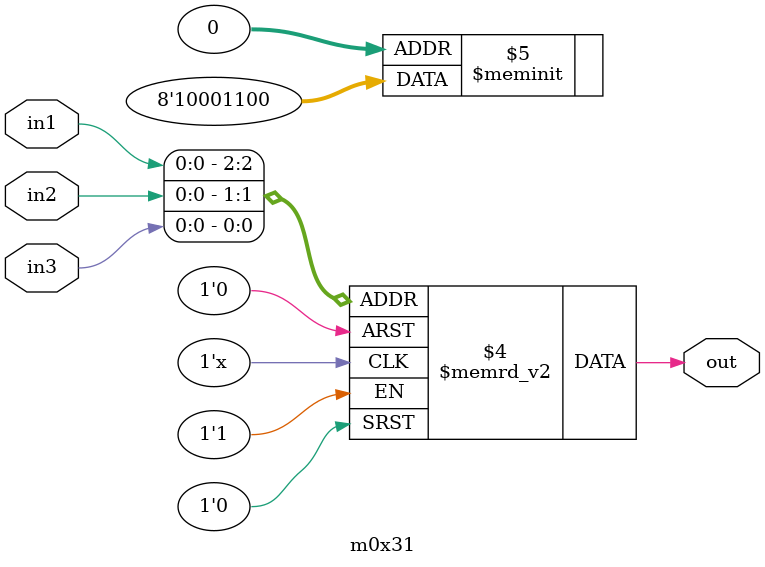
<source format=v>
module m0x31(output out, input in1, in2, in3);

   always @(in1, in2, in3)
     begin
        case({in1, in2, in3})
          3'b000: {out} = 1'b0;
          3'b001: {out} = 1'b0;
          3'b010: {out} = 1'b1;
          3'b011: {out} = 1'b1;
          3'b100: {out} = 1'b0;
          3'b101: {out} = 1'b0;
          3'b110: {out} = 1'b0;
          3'b111: {out} = 1'b1;
        endcase // case ({in1, in2, in3})
     end // always @ (in1, in2, in3)

endmodule // m0x31
</source>
